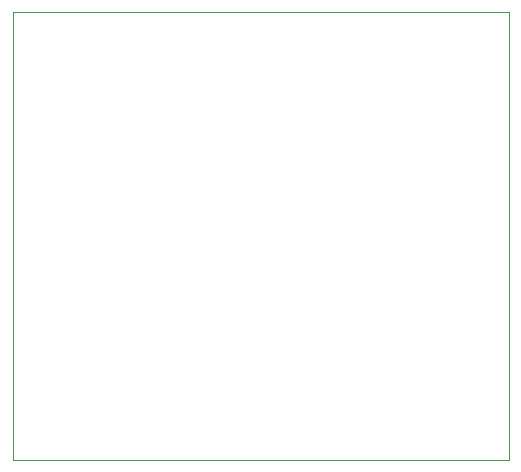
<source format=gbr>
G04 #@! TF.GenerationSoftware,KiCad,Pcbnew,(5.1.5-0-10_14)*
G04 #@! TF.CreationDate,2020-05-04T22:30:03+03:00*
G04 #@! TF.ProjectId,PiGate,50694761-7465-42e6-9b69-6361645f7063,rev?*
G04 #@! TF.SameCoordinates,Original*
G04 #@! TF.FileFunction,Profile,NP*
%FSLAX46Y46*%
G04 Gerber Fmt 4.6, Leading zero omitted, Abs format (unit mm)*
G04 Created by KiCad (PCBNEW (5.1.5-0-10_14)) date 2020-05-04 22:30:03*
%MOMM*%
%LPD*%
G04 APERTURE LIST*
%ADD10C,0.050000*%
G04 APERTURE END LIST*
D10*
X92000000Y-88000000D02*
X92000000Y-50000000D01*
X134000000Y-88000000D02*
X92000000Y-88000000D01*
X134000000Y-50000000D02*
X134000000Y-88000000D01*
X92000000Y-50000000D02*
X134000000Y-50000000D01*
M02*

</source>
